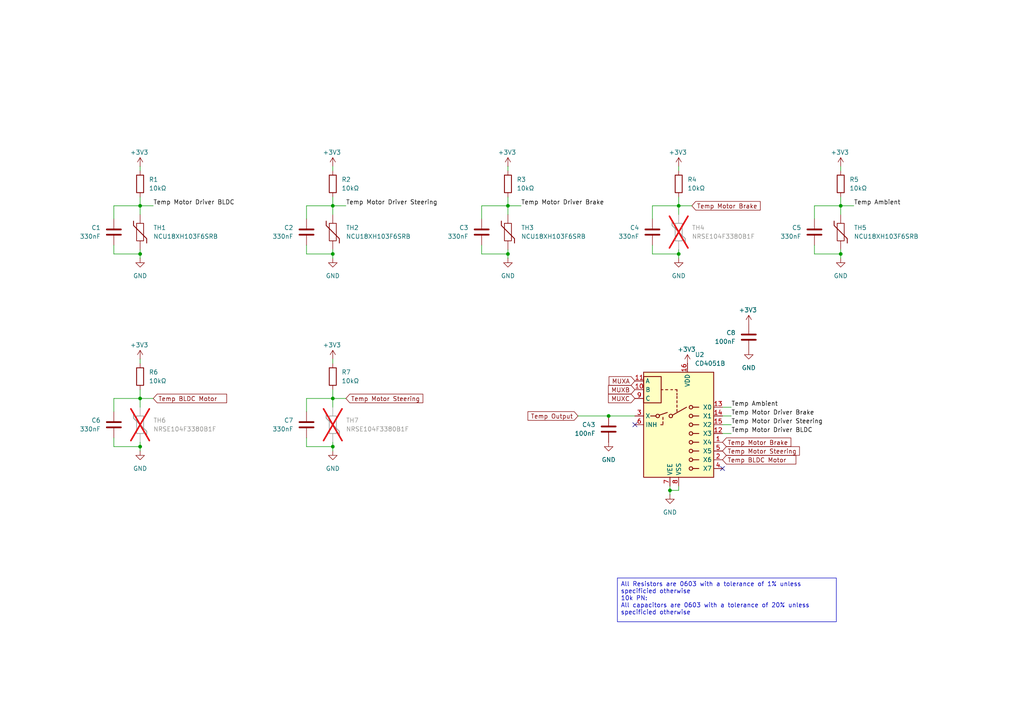
<source format=kicad_sch>
(kicad_sch (version 20250114) (generator "eeschema") (generator_version "9.0")
  (paper "A4")
  (lib_symbols
    (symbol "Analog_Switch:CD4051B"
      (property "Reference" "U" (at -10.16 16.51 0))
      (property "Value" "CD4051B" (at 3.81 16.51 0))
      (symbol "CD4051B_0_1"
        (rectangle (start -10.16 15.24) (end 10.16 -15.24) (stroke (width 0.254)) (fill (type background)))
        (rectangle (start -10.16 6.35) (end -5.08 13.97) (stroke (width 0.254)))
        (polyline (pts (xy -8.128 2.54) (xy -6.604 2.54)) (stroke (width 0.254)))
        (circle (center -6.096 2.54) (radius 0.508) (stroke (width 0.254)))
        (polyline (pts (xy -5.588 2.794) (xy -3.302 3.556)) (stroke (width 0.254)))
        (polyline (pts (xy -4.572 10.16) (xy -5.08 10.16)) (stroke (width 0.254)))
        (polyline (pts (xy -4.572 1.524) (xy -4.572 2.159)) (stroke (width 0.254)))
        (polyline (pts (xy -4.572 0.254) (xy -4.572 0.889)) (stroke (width 0.254)))
        (polyline (pts (xy -4.572 0) (xy -5.207 0)) (stroke (width 0.254)))
        (polyline (pts (xy -3.81 10.16) (xy -3.175 10.16)) (stroke (width 0.254)))
        (circle (center -2.286 2.54) (radius 0.508) (stroke (width 0.254)))
        (polyline (pts (xy -1.778 10.16) (xy -2.286 10.16)) (stroke (width 0.254)))
        (polyline (pts (xy -1.778 2.794) (xy 2.286 5.08)) (stroke (width 0.254)))
        (polyline (pts (xy -0.508 10.16) (xy -1.016 10.16)) (stroke (width 0.254)))
        (polyline (pts (xy -0.508 9.652) (xy -0.508 10.16)) (stroke (width 0.254)))
        (polyline (pts (xy -0.508 8.636) (xy -0.508 9.144)) (stroke (width 0.254)))
        (polyline (pts (xy -0.508 7.62) (xy -0.508 8.255)) (stroke (width 0.254)))
        (polyline (pts (xy -0.508 6.35) (xy -0.508 6.985)) (stroke (width 0.254)))
        (polyline (pts (xy -0.508 5.08) (xy -0.508 5.715)) (stroke (width 0.254)))
        (polyline (pts (xy -0.508 3.81) (xy -0.508 4.445)) (stroke (width 0.254)))
        (circle (center 3.556 5.08) (radius 0.508) (stroke (width 0.254)))
        (circle (center 3.556 2.54) (radius 0.508) (stroke (width 0.254)))
        (circle (center 3.556 0) (radius 0.508) (stroke (width 0.254)))
        (circle (center 3.556 -2.54) (radius 0.508) (stroke (width 0.254)))
        (circle (center 3.556 -5.08) (radius 0.508) (stroke (width 0.254)))
        (circle (center 3.556 -7.62) (radius 0.508) (stroke (width 0.254)))
        (circle (center 3.556 -10.16) (radius 0.508) (stroke (width 0.254)))
        (circle (center 3.556 -12.7) (radius 0.508) (stroke (width 0.254)))
        (polyline (pts (xy 4.064 5.08) (xy 5.842 5.08)) (stroke (width 0.254)))
        (polyline (pts (xy 4.064 2.54) (xy 5.842 2.54)) (stroke (width 0.254)))
        (polyline (pts (xy 4.064 0) (xy 5.842 0)) (stroke (width 0.254)))
        (polyline (pts (xy 4.064 -2.54) (xy 5.842 -2.54)) (stroke (width 0.254)))
        (polyline (pts (xy 4.064 -5.08) (xy 5.842 -5.08)) (stroke (width 0.254)))
        (polyline (pts (xy 4.064 -7.62) (xy 5.842 -7.62)) (stroke (width 0.254)))
        (polyline (pts (xy 4.064 -10.16) (xy 5.842 -10.16)) (stroke (width 0.254)))
        (polyline (pts (xy 4.064 -12.7) (xy 5.842 -12.7)) (stroke (width 0.254)))
      )
      (symbol "CD4051B_1_1"
        (pin input line (at -12.7 12.7 0) (length 2.54) (name "A") (number "11"))
        (pin input line (at -12.7 10.16 0) (length 2.54) (name "B") (number "10"))
        (pin input line (at -12.7 7.62 0) (length 2.54) (name "C") (number "9"))
        (pin bidirectional line (at -12.7 2.54 0) (length 2.54) (name "X") (number "3"))
        (pin input line (at -12.7 0 0) (length 2.54) (name "INH") (number "6"))
        (pin power_in line (at -2.54 -17.78 90) (length 2.54) (name "VEE") (number "7"))
        (pin power_in line (at 0 -17.78 90) (length 2.54) (name "VSS") (number "8"))
        (pin power_in line (at 2.54 17.78 270) (length 2.54) (name "VDD") (number "16"))
        (pin bidirectional line (at 12.7 5.08 180) (length 2.54) (name "X0") (number "13"))
        (pin bidirectional line (at 12.7 2.54 180) (length 2.54) (name "X1") (number "14"))
        (pin bidirectional line (at 12.7 0 180) (length 2.54) (name "X2") (number "15"))
        (pin bidirectional line (at 12.7 -2.54 180) (length 2.54) (name "X3") (number "12"))
        (pin bidirectional line (at 12.7 -5.08 180) (length 2.54) (name "X4") (number "1"))
        (pin bidirectional line (at 12.7 -7.62 180) (length 2.54) (name "X5") (number "5"))
        (pin bidirectional line (at 12.7 -10.16 180) (length 2.54) (name "X6") (number "2"))
        (pin bidirectional line (at 12.7 -12.7 180) (length 2.54) (name "X7") (number "4"))
      )
    )
    (symbol "Device:C" (pin_numbers (hide yes)) (pin_names (offset 0.254))
      (property "Reference" "C" (at 0.635 2.54 0))
      (property "Value" "C" (at 0.635 -2.54 0))
      (symbol "C_0_1"
        (polyline (pts (xy -2.032 0.762) (xy 2.032 0.762)) (stroke (width 0.508)))
        (polyline (pts (xy -2.032 -0.762) (xy 2.032 -0.762)) (stroke (width 0.508)))
      )
      (symbol "C_1_1"
        (pin passive line (at 0 3.81 270) (length 2.794) (name "~") (number "1"))
        (pin passive line (at 0 -3.81 90) (length 2.794) (name "~") (number "2"))
      )
    )
    (symbol "Device:R" (pin_numbers (hide yes)) (pin_names (offset 0))
      (property "Reference" "R" (at 2.032 0 90))
      (property "Value" "R" (at 0 0 90))
      (symbol "R_0_1"
        (rectangle (start -1.016 -2.54) (end 1.016 2.54) (stroke (width 0.254)))
      )
      (symbol "R_1_1"
        (pin passive line (at 0 3.81 270) (length 1.27) (name "~") (number "1"))
        (pin passive line (at 0 -3.81 90) (length 1.27) (name "~") (number "2"))
      )
    )
    (symbol "Device:Thermistor" (pin_numbers (hide yes)) (pin_names (offset 0))
      (property "Reference" "TH" (at 2.54 1.27 90))
      (property "Value" "Thermistor" (at -2.54 0 90))
      (symbol "Thermistor_0_1"
        (polyline (pts (xy -1.905 3.175) (xy -1.905 1.905) (xy 1.905 -1.905) (xy 1.905 -3.175) (xy 1.905 -3.175)) (stroke (width 0.254)))
        (rectangle (start -1.016 2.54) (end 1.016 -2.54) (stroke (width 0.2032)))
      )
      (symbol "Thermistor_1_1"
        (pin passive line (at 0 5.08 270) (length 2.54) (name "~") (number "1"))
        (pin passive line (at 0 -5.08 90) (length 2.54) (name "~") (number "2"))
      )
    )
    (symbol "power:+3V3" (power) (pin_numbers (hide yes)) (pin_names (offset 0) (hide yes))
      (property "Value" "+3V3" (at 0 3.556 0))
      (symbol "+3V3_0_1"
        (polyline (pts (xy -0.762 1.27) (xy 0 2.54)))
        (polyline (pts (xy 0 2.54) (xy 0.762 1.27)))
        (polyline (pts (xy 0 0) (xy 0 2.54)))
      )
      (symbol "+3V3_1_1"
        (pin power_in line (at 0 0 90) (length 0) (name "~") (number "1"))
      )
    )
    (symbol "power:GND" (power) (pin_numbers (hide yes)) (pin_names (offset 0) (hide yes))
      (property "Value" "GND" (at 0 -3.81 0))
      (symbol "GND_0_1"
        (polyline (pts (xy 0 0) (xy 0 -1.27) (xy 1.27 -1.27) (xy 0 -2.54) (xy -1.27 -1.27) (xy 0 -1.27)))
      )
      (symbol "GND_1_1"
        (pin power_in line (at 0 0 270) (length 0) (name "~") (number "1"))
      )
    )
  )
  (text_box "All Resistors are 0603 with a tolerance of 1% unless specificied otherwise\n10k PN:\nAll capacitors are 0603 with a tolerance of 20% unless specificied otherwise\n" (at 179.07 167.64 0) (size 63.5 12.7) (margins 0.9525 0.9525 0.9525 0.9525) (effects (font (size 1.27 1.27)) (justify left top)))
  (junction (at 194.31 142.24))
  (junction (at 196.85 73.66))
  (junction (at 96.52 115.57))
  (junction (at 147.32 73.66))
  (junction (at 147.32 59.69))
  (junction (at 196.85 59.69))
  (junction (at 96.52 129.54))
  (junction (at 243.84 59.69))
  (junction (at 40.64 115.57))
  (junction (at 40.64 73.66))
  (junction (at 96.52 59.69))
  (junction (at 176.53 120.65))
  (junction (at 40.64 129.54))
  (junction (at 96.52 73.66))
  (junction (at 40.64 59.69))
  (junction (at 243.84 73.66))
  (no_connect (at 209.55 135.89))
  (no_connect (at 184.15 123.19))
  (wire (pts (xy 209.55 120.65) (xy 212.09 120.65)))
  (wire (pts (xy 88.9 73.66) (xy 96.52 73.66)))
  (wire (pts (xy 139.7 63.5) (xy 139.7 59.69)))
  (wire (pts (xy 40.64 59.69) (xy 40.64 62.23)))
  (wire (pts (xy 196.85 140.97) (xy 196.85 142.24)))
  (wire (pts (xy 33.02 73.66) (xy 40.64 73.66)))
  (wire (pts (xy 196.85 142.24) (xy 194.31 142.24)))
  (wire (pts (xy 236.22 73.66) (xy 243.84 73.66)))
  (wire (pts (xy 196.85 73.66) (xy 196.85 72.39)))
  (wire (pts (xy 196.85 59.69) (xy 200.66 59.69)))
  (wire (pts (xy 176.53 120.65) (xy 184.15 120.65)))
  (wire (pts (xy 243.84 57.15) (xy 243.84 59.69)))
  (wire (pts (xy 33.02 129.54) (xy 40.64 129.54)))
  (wire (pts (xy 196.85 59.69) (xy 196.85 62.23)))
  (wire (pts (xy 96.52 73.66) (xy 96.52 74.93)))
  (wire (pts (xy 33.02 127) (xy 33.02 129.54)))
  (wire (pts (xy 40.64 73.66) (xy 40.64 72.39)))
  (wire (pts (xy 40.64 73.66) (xy 40.64 74.93)))
  (wire (pts (xy 189.23 59.69) (xy 196.85 59.69)))
  (wire (pts (xy 88.9 63.5) (xy 88.9 59.69)))
  (wire (pts (xy 194.31 140.97) (xy 194.31 142.24)))
  (wire (pts (xy 139.7 59.69) (xy 147.32 59.69)))
  (wire (pts (xy 88.9 59.69) (xy 96.52 59.69)))
  (wire (pts (xy 209.55 118.11) (xy 212.09 118.11)))
  (wire (pts (xy 189.23 63.5) (xy 189.23 59.69)))
  (wire (pts (xy 236.22 71.12) (xy 236.22 73.66)))
  (wire (pts (xy 33.02 63.5) (xy 33.02 59.69)))
  (wire (pts (xy 212.09 123.19) (xy 209.55 123.19)))
  (wire (pts (xy 147.32 48.26) (xy 147.32 49.53)))
  (wire (pts (xy 33.02 115.57) (xy 40.64 115.57)))
  (wire (pts (xy 147.32 73.66) (xy 147.32 74.93)))
  (wire (pts (xy 209.55 125.73) (xy 212.09 125.73)))
  (wire (pts (xy 167.64 120.65) (xy 176.53 120.65)))
  (wire (pts (xy 96.52 59.69) (xy 96.52 62.23)))
  (wire (pts (xy 33.02 119.38) (xy 33.02 115.57)))
  (wire (pts (xy 243.84 48.26) (xy 243.84 49.53)))
  (wire (pts (xy 40.64 113.03) (xy 40.64 115.57)))
  (wire (pts (xy 40.64 48.26) (xy 40.64 49.53)))
  (wire (pts (xy 139.7 71.12) (xy 139.7 73.66)))
  (wire (pts (xy 147.32 73.66) (xy 147.32 72.39)))
  (wire (pts (xy 33.02 71.12) (xy 33.02 73.66)))
  (wire (pts (xy 96.52 115.57) (xy 100.33 115.57)))
  (wire (pts (xy 96.52 129.54) (xy 96.52 130.81)))
  (wire (pts (xy 236.22 63.5) (xy 236.22 59.69)))
  (wire (pts (xy 236.22 59.69) (xy 243.84 59.69)))
  (wire (pts (xy 40.64 59.69) (xy 44.45 59.69)))
  (wire (pts (xy 33.02 59.69) (xy 40.64 59.69)))
  (wire (pts (xy 243.84 59.69) (xy 247.65 59.69)))
  (wire (pts (xy 139.7 73.66) (xy 147.32 73.66)))
  (wire (pts (xy 194.31 142.24) (xy 194.31 143.51)))
  (wire (pts (xy 88.9 129.54) (xy 96.52 129.54)))
  (wire (pts (xy 40.64 104.14) (xy 40.64 105.41)))
  (wire (pts (xy 40.64 129.54) (xy 40.64 128.27)))
  (wire (pts (xy 196.85 48.26) (xy 196.85 49.53)))
  (wire (pts (xy 88.9 115.57) (xy 96.52 115.57)))
  (wire (pts (xy 40.64 115.57) (xy 40.64 118.11)))
  (wire (pts (xy 96.52 129.54) (xy 96.52 128.27)))
  (wire (pts (xy 96.52 59.69) (xy 100.33 59.69)))
  (wire (pts (xy 96.52 104.14) (xy 96.52 105.41)))
  (wire (pts (xy 147.32 59.69) (xy 151.13 59.69)))
  (wire (pts (xy 147.32 57.15) (xy 147.32 59.69)))
  (wire (pts (xy 243.84 73.66) (xy 243.84 74.93)))
  (wire (pts (xy 189.23 73.66) (xy 196.85 73.66)))
  (wire (pts (xy 243.84 73.66) (xy 243.84 72.39)))
  (wire (pts (xy 196.85 57.15) (xy 196.85 59.69)))
  (wire (pts (xy 40.64 115.57) (xy 44.45 115.57)))
  (wire (pts (xy 147.32 59.69) (xy 147.32 62.23)))
  (wire (pts (xy 88.9 127) (xy 88.9 129.54)))
  (wire (pts (xy 96.52 115.57) (xy 96.52 118.11)))
  (wire (pts (xy 88.9 71.12) (xy 88.9 73.66)))
  (wire (pts (xy 88.9 119.38) (xy 88.9 115.57)))
  (wire (pts (xy 96.52 57.15) (xy 96.52 59.69)))
  (wire (pts (xy 96.52 48.26) (xy 96.52 49.53)))
  (wire (pts (xy 96.52 113.03) (xy 96.52 115.57)))
  (wire (pts (xy 189.23 71.12) (xy 189.23 73.66)))
  (wire (pts (xy 40.64 129.54) (xy 40.64 130.81)))
  (wire (pts (xy 243.84 59.69) (xy 243.84 62.23)))
  (wire (pts (xy 196.85 73.66) (xy 196.85 74.93)))
  (wire (pts (xy 40.64 57.15) (xy 40.64 59.69)))
  (wire (pts (xy 96.52 73.66) (xy 96.52 72.39)))
  (label "Temp Motor Driver Steering" (at 212.09 123.19 0))
  (label "Temp Motor Driver BLDC" (at 212.09 125.73 0))
  (label "Temp Motor Driver BLDC" (at 44.45 59.69 0))
  (label "Temp Motor Driver Brake" (at 151.13 59.69 0))
  (label "Temp Ambient" (at 247.65 59.69 0))
  (label "Temp Motor Driver Steering" (at 100.33 59.69 0))
  (label "Temp Ambient" (at 212.09 118.11 0))
  (label "Temp Motor Driver Brake" (at 212.09 120.65 0))
  (global_label "Temp Motor Brake" (shape input) (at 200.66 59.69 0) (property "Intersheetrefs" "${INTERSHEET_REFS}" (effects (hide yes))))
  (global_label "Temp Output" (shape input) (at 167.64 120.65 180) (property "Intersheetrefs" "${INTERSHEET_REFS}" (effects (hide yes))))
  (global_label "Temp BLDC Motor  " (shape input) (at 44.45 115.57 0) (property "Intersheetrefs" "${INTERSHEET_REFS}" (effects (hide yes))))
  (global_label "Temp BLDC Motor  " (shape input) (at 209.55 133.35 0) (property "Intersheetrefs" "${INTERSHEET_REFS}" (effects (hide yes))))
  (global_label "Temp Motor Steering" (shape input) (at 100.33 115.57 0) (property "Intersheetrefs" "${INTERSHEET_REFS}" (effects (hide yes))))
  (global_label "MUXC" (shape input) (at 184.15 115.57 180) (property "Intersheetrefs" "${INTERSHEET_REFS}" (effects (hide yes))))
  (global_label "Temp Motor Steering" (shape input) (at 209.55 130.81 0) (property "Intersheetrefs" "${INTERSHEET_REFS}" (effects (hide yes))))
  (global_label "Temp Motor Brake" (shape input) (at 209.55 128.27 0) (property "Intersheetrefs" "${INTERSHEET_REFS}" (effects (hide yes))))
  (global_label "MUXB" (shape input) (at 184.15 113.03 180) (property "Intersheetrefs" "${INTERSHEET_REFS}" (effects (hide yes))))
  (global_label "MUXA" (shape input) (at 184.15 110.49 180) (property "Intersheetrefs" "${INTERSHEET_REFS}" (effects (hide yes))))
  (symbol (lib_id "Device:Thermistor") (at 196.85 67.31 0) (unit 1) (on_board no) (dnp yes)
    (property "Reference" "TH4" (at 200.66 66.0399 0) (effects (justify left)))
    (property "Value" "NRSE104F3380B1F" (at 200.66 68.5799 0) (effects (justify left)))
    (property "Description" "Temperature dependent resistor" (effects (hide yes)))
  )
  (symbol (lib_id "power:+3V3") (at 243.84 48.26 0) (unit 1)
    (property "Reference" "#PWR091" (effects (hide yes)))
    (property "Value" "+3V3" (at 243.586 44.196 0))
    (property "Description" "Power symbol creates a global label with name \"+3V3\"" (effects (hide yes)))
  )
  (symbol (lib_id "Device:R") (at 96.52 53.34 0) (unit 1)
    (property "Reference" "R2" (at 99.06 52.0699 0) (effects (justify left)))
    (property "Value" "10kΩ" (at 99.06 54.6099 0) (effects (justify left)))
    (property "Footprint" "Resistor_SMD:R_0603_1608Metric_Pad0.98x0.95mm_HandSolder" (effects (hide yes)))
    (property "Description" "Resistor" (effects (hide yes)))
  )
  (symbol (lib_id "Device:R") (at 40.64 109.22 0) (unit 1)
    (property "Reference" "R6" (at 43.18 107.9499 0) (effects (justify left)))
    (property "Value" "10kΩ" (at 43.18 110.4899 0) (effects (justify left)))
    (property "Footprint" "Resistor_SMD:R_0603_1608Metric_Pad0.98x0.95mm_HandSolder" (effects (hide yes)))
    (property "Description" "Resistor" (effects (hide yes)))
  )
  (symbol (lib_id "Analog_Switch:CD4051B") (at 196.85 123.19 0) (unit 1)
    (property "Reference" "U2" (at 201.5333 102.87 0) (effects (justify left)))
    (property "Value" "CD4051B" (at 201.5333 105.41 0) (effects (justify left)))
    (property "Footprint" "Package_SO:TSSOP-16_4.4x5mm_P0.65mm" (effects (hide yes)))
    (property "Datasheet" "http://www.ti.com/lit/ds/symlink/cd4052b.pdf" (effects (hide yes)))
    (property "Description" "CMOS single 8-channel analog multiplexer demultiplexer, TSSOP-16/DIP-16/SOIC-16" (effects (hide yes)))
  )
  (symbol (lib_id "Device:R") (at 40.64 53.34 0) (unit 1)
    (property "Reference" "R1" (at 43.18 52.0699 0) (effects (justify left)))
    (property "Value" "10kΩ" (at 43.18 54.6099 0) (effects (justify left)))
    (property "Footprint" "Resistor_SMD:R_0603_1608Metric_Pad0.98x0.95mm_HandSolder" (effects (hide yes)))
    (property "Description" "Resistor" (effects (hide yes)))
  )
  (symbol (lib_id "power:GND") (at 40.64 74.93 0) (unit 1)
    (property "Reference" "#PWR01" (effects (hide yes)))
    (property "Value" "GND" (at 40.64 80.01 0))
    (property "Description" "Power symbol creates a global label with name \"GND\" , ground" (effects (hide yes)))
  )
  (symbol (lib_id "Device:C") (at 189.23 67.31 0) (mirror y) (unit 1)
    (property "Reference" "C4" (at 185.42 66.0399 0) (effects (justify left)))
    (property "Value" "330nF" (at 185.42 68.5799 0) (effects (justify left)))
    (property "Footprint" "Capacitor_SMD:C_0603_1608Metric_Pad1.08x0.95mm_HandSolder" (effects (hide yes)))
    (property "Description" "Unpolarized capacitor" (effects (hide yes)))
  )
  (symbol (lib_id "Device:R") (at 147.32 53.34 0) (unit 1)
    (property "Reference" "R3" (at 149.86 52.0699 0) (effects (justify left)))
    (property "Value" "10kΩ" (at 149.86 54.6099 0) (effects (justify left)))
    (property "Footprint" "Resistor_SMD:R_0603_1608Metric_Pad0.98x0.95mm_HandSolder" (effects (hide yes)))
    (property "Description" "Resistor" (effects (hide yes)))
  )
  (symbol (lib_id "Device:C") (at 217.17 97.79 0) (mirror y) (unit 1)
    (property "Reference" "C8" (at 213.36 96.5199 0) (effects (justify left)))
    (property "Value" "100nF" (at 213.36 99.0599 0) (effects (justify left)))
    (property "Footprint" "Capacitor_SMD:C_0603_1608Metric_Pad1.08x0.95mm_HandSolder" (effects (hide yes)))
    (property "Description" "Unpolarized capacitor" (effects (hide yes)))
  )
  (symbol (lib_id "Device:Thermistor") (at 96.52 67.31 0) (unit 1)
    (property "Reference" "TH2" (at 100.33 66.0399 0) (effects (justify left)))
    (property "Value" "NCU18XH103F6SRB" (at 100.33 68.5799 0) (effects (justify left)))
    (property "Footprint" "Resistor_SMD:R_0603_1608Metric_Pad0.98x0.95mm_HandSolder" (effects (hide yes)))
    (property "Description" "Temperature dependent resistor" (effects (hide yes)))
  )
  (symbol (lib_id "Device:C") (at 33.02 67.31 0) (mirror y) (unit 1)
    (property "Reference" "C1" (at 29.21 66.0399 0) (effects (justify left)))
    (property "Value" "330nF" (at 29.21 68.5799 0) (effects (justify left)))
    (property "Footprint" "Capacitor_SMD:C_0603_1608Metric_Pad1.08x0.95mm_HandSolder" (effects (hide yes)))
    (property "Description" "Unpolarized capacitor" (effects (hide yes)))
  )
  (symbol (lib_id "power:+3V3") (at 199.39 105.41 0) (unit 1)
    (property "Reference" "#PWR092" (effects (hide yes)))
    (property "Value" "+3V3" (at 199.136 101.346 0))
    (property "Description" "Power symbol creates a global label with name \"+3V3\"" (effects (hide yes)))
  )
  (symbol (lib_id "power:GND") (at 243.84 74.93 0) (unit 1)
    (property "Reference" "#PWR010" (effects (hide yes)))
    (property "Value" "GND" (at 243.84 80.01 0))
    (property "Description" "Power symbol creates a global label with name \"GND\" , ground" (effects (hide yes)))
  )
  (symbol (lib_id "power:+3V3") (at 96.52 104.14 0) (unit 1)
    (property "Reference" "#PWR095" (effects (hide yes)))
    (property "Value" "+3V3" (at 96.266 100.076 0))
    (property "Description" "Power symbol creates a global label with name \"+3V3\"" (effects (hide yes)))
  )
  (symbol (lib_id "Device:C") (at 139.7 67.31 0) (mirror y) (unit 1)
    (property "Reference" "C3" (at 135.89 66.0399 0) (effects (justify left)))
    (property "Value" "330nF" (at 135.89 68.5799 0) (effects (justify left)))
    (property "Footprint" "Capacitor_SMD:C_0603_1608Metric_Pad1.08x0.95mm_HandSolder" (effects (hide yes)))
    (property "Description" "Unpolarized capacitor" (effects (hide yes)))
  )
  (symbol (lib_id "power:+3V3") (at 40.64 48.26 0) (unit 1)
    (property "Reference" "#PWR087" (effects (hide yes)))
    (property "Value" "+3V3" (at 40.386 44.196 0))
    (property "Description" "Power symbol creates a global label with name \"+3V3\"" (effects (hide yes)))
  )
  (symbol (lib_id "power:GND") (at 147.32 74.93 0) (unit 1)
    (property "Reference" "#PWR06" (effects (hide yes)))
    (property "Value" "GND" (at 147.32 80.01 0))
    (property "Description" "Power symbol creates a global label with name \"GND\" , ground" (effects (hide yes)))
  )
  (symbol (lib_id "power:GND") (at 194.31 143.51 0) (unit 1)
    (property "Reference" "#PWR018" (effects (hide yes)))
    (property "Value" "GND" (at 194.31 148.59 0))
    (property "Description" "Power symbol creates a global label with name \"GND\" , ground" (effects (hide yes)))
  )
  (symbol (lib_id "power:+3V3") (at 96.52 48.26 0) (unit 1)
    (property "Reference" "#PWR088" (effects (hide yes)))
    (property "Value" "+3V3" (at 96.266 44.196 0))
    (property "Description" "Power symbol creates a global label with name \"+3V3\"" (effects (hide yes)))
  )
  (symbol (lib_id "Device:Thermistor") (at 147.32 67.31 0) (unit 1)
    (property "Reference" "TH3" (at 151.13 66.0399 0) (effects (justify left)))
    (property "Value" "NCU18XH103F6SRB" (at 151.13 68.5799 0) (effects (justify left)))
    (property "Footprint" "Resistor_SMD:R_0603_1608Metric_Pad0.98x0.95mm_HandSolder" (effects (hide yes)))
    (property "Description" "Temperature dependent resistor" (effects (hide yes)))
  )
  (symbol (lib_id "Device:C") (at 176.53 124.46 0) (mirror y) (unit 1)
    (property "Reference" "C43" (at 172.72 123.1899 0) (effects (justify left)))
    (property "Value" "100nF" (at 172.72 125.7299 0) (effects (justify left)))
    (property "Footprint" "Capacitor_SMD:C_0603_1608Metric_Pad1.08x0.95mm_HandSolder" (effects (hide yes)))
    (property "Description" "Unpolarized capacitor" (effects (hide yes)))
  )
  (symbol (lib_id "Device:R") (at 196.85 53.34 0) (unit 1)
    (property "Reference" "R4" (at 199.39 52.0699 0) (effects (justify left)))
    (property "Value" "10kΩ" (at 199.39 54.6099 0) (effects (justify left)))
    (property "Footprint" "Resistor_SMD:R_0603_1608Metric_Pad0.98x0.95mm_HandSolder" (effects (hide yes)))
    (property "Description" "Resistor" (effects (hide yes)))
  )
  (symbol (lib_id "Device:Thermistor") (at 96.52 123.19 0) (unit 1) (on_board no) (dnp yes)
    (property "Reference" "TH7" (at 100.33 121.9199 0) (effects (justify left)))
    (property "Value" "NRSE104F3380B1F" (at 100.33 124.4599 0) (effects (justify left)))
    (property "Description" "Temperature dependent resistor" (effects (hide yes)))
  )
  (symbol (lib_id "Device:C") (at 33.02 123.19 0) (mirror y) (unit 1)
    (property "Reference" "C6" (at 29.21 121.9199 0) (effects (justify left)))
    (property "Value" "330nF" (at 29.21 124.4599 0) (effects (justify left)))
    (property "Footprint" "Capacitor_SMD:C_0603_1608Metric_Pad1.08x0.95mm_HandSolder" (effects (hide yes)))
    (property "Description" "Unpolarized capacitor" (effects (hide yes)))
  )
  (symbol (lib_id "power:GND") (at 217.17 101.6 0) (unit 1)
    (property "Reference" "#PWR016" (effects (hide yes)))
    (property "Value" "GND" (at 217.17 106.68 0))
    (property "Description" "Power symbol creates a global label with name \"GND\" , ground" (effects (hide yes)))
  )
  (symbol (lib_id "Device:Thermistor") (at 243.84 67.31 0) (unit 1)
    (property "Reference" "TH5" (at 247.65 66.0399 0) (effects (justify left)))
    (property "Value" "NCU18XH103F6SRB" (at 247.65 68.5799 0) (effects (justify left)))
    (property "Footprint" "Resistor_SMD:R_0603_1608Metric_Pad0.98x0.95mm_HandSolder" (effects (hide yes)))
    (property "Description" "Temperature dependent resistor" (effects (hide yes)))
  )
  (symbol (lib_id "power:GND") (at 196.85 74.93 0) (unit 1)
    (property "Reference" "#PWR08" (effects (hide yes)))
    (property "Value" "GND" (at 196.85 80.01 0))
    (property "Description" "Power symbol creates a global label with name \"GND\" , ground" (effects (hide yes)))
  )
  (symbol (lib_id "power:GND") (at 40.64 130.81 0) (unit 1)
    (property "Reference" "#PWR012" (effects (hide yes)))
    (property "Value" "GND" (at 40.64 135.89 0))
    (property "Description" "Power symbol creates a global label with name \"GND\" , ground" (effects (hide yes)))
  )
  (symbol (lib_id "Device:C") (at 236.22 67.31 0) (mirror y) (unit 1)
    (property "Reference" "C5" (at 232.41 66.0399 0) (effects (justify left)))
    (property "Value" "330nF" (at 232.41 68.5799 0) (effects (justify left)))
    (property "Footprint" "Capacitor_SMD:C_0603_1608Metric_Pad1.08x0.95mm_HandSolder" (effects (hide yes)))
    (property "Description" "Unpolarized capacitor" (effects (hide yes)))
  )
  (symbol (lib_id "Device:C") (at 88.9 123.19 0) (mirror y) (unit 1)
    (property "Reference" "C7" (at 85.09 121.9199 0) (effects (justify left)))
    (property "Value" "330nF" (at 85.09 124.4599 0) (effects (justify left)))
    (property "Footprint" "Capacitor_SMD:C_0603_1608Metric_Pad1.08x0.95mm_HandSolder" (effects (hide yes)))
    (property "Description" "Unpolarized capacitor" (effects (hide yes)))
  )
  (symbol (lib_id "power:+3V3") (at 40.64 104.14 0) (unit 1)
    (property "Reference" "#PWR094" (effects (hide yes)))
    (property "Value" "+3V3" (at 40.386 100.076 0))
    (property "Description" "Power symbol creates a global label with name \"+3V3\"" (effects (hide yes)))
  )
  (symbol (lib_id "Device:Thermistor") (at 40.64 67.31 0) (unit 1)
    (property "Reference" "TH1" (at 44.45 66.0399 0) (effects (justify left)))
    (property "Value" "NCU18XH103F6SRB" (at 44.45 68.5799 0) (effects (justify left)))
    (property "Footprint" "Resistor_SMD:R_0603_1608Metric_Pad0.98x0.95mm_HandSolder" (effects (hide yes)))
    (property "Description" "Temperature dependent resistor" (effects (hide yes)))
  )
  (symbol (lib_id "power:GND") (at 96.52 74.93 0) (unit 1)
    (property "Reference" "#PWR04" (effects (hide yes)))
    (property "Value" "GND" (at 96.52 80.01 0))
    (property "Description" "Power symbol creates a global label with name \"GND\" , ground" (effects (hide yes)))
  )
  (symbol (lib_id "Device:C") (at 88.9 67.31 0) (mirror y) (unit 1)
    (property "Reference" "C2" (at 85.09 66.0399 0) (effects (justify left)))
    (property "Value" "330nF" (at 85.09 68.5799 0) (effects (justify left)))
    (property "Footprint" "Capacitor_SMD:C_0603_1608Metric_Pad1.08x0.95mm_HandSolder" (effects (hide yes)))
    (property "Description" "Unpolarized capacitor" (effects (hide yes)))
  )
  (symbol (lib_id "power:+3V3") (at 196.85 48.26 0) (unit 1)
    (property "Reference" "#PWR090" (effects (hide yes)))
    (property "Value" "+3V3" (at 196.596 44.196 0))
    (property "Description" "Power symbol creates a global label with name \"+3V3\"" (effects (hide yes)))
  )
  (symbol (lib_id "power:GND") (at 96.52 130.81 0) (unit 1)
    (property "Reference" "#PWR014" (effects (hide yes)))
    (property "Value" "GND" (at 96.52 135.89 0))
    (property "Description" "Power symbol creates a global label with name \"GND\" , ground" (effects (hide yes)))
  )
  (symbol (lib_id "power:+3V3") (at 147.32 48.26 0) (unit 1)
    (property "Reference" "#PWR089" (effects (hide yes)))
    (property "Value" "+3V3" (at 147.066 44.196 0))
    (property "Description" "Power symbol creates a global label with name \"+3V3\"" (effects (hide yes)))
  )
  (symbol (lib_id "power:GND") (at 176.53 128.27 0) (unit 1)
    (property "Reference" "#PWR077" (effects (hide yes)))
    (property "Value" "GND" (at 176.53 133.35 0))
    (property "Description" "Power symbol creates a global label with name \"GND\" , ground" (effects (hide yes)))
  )
  (symbol (lib_id "power:+3V3") (at 217.17 93.98 0) (unit 1)
    (property "Reference" "#PWR093" (effects (hide yes)))
    (property "Value" "+3V3" (at 216.916 89.916 0))
    (property "Description" "Power symbol creates a global label with name \"+3V3\"" (effects (hide yes)))
  )
  (symbol (lib_id "Device:R") (at 243.84 53.34 0) (unit 1)
    (property "Reference" "R5" (at 246.38 52.0699 0) (effects (justify left)))
    (property "Value" "10kΩ" (at 246.38 54.6099 0) (effects (justify left)))
    (property "Footprint" "Resistor_SMD:R_0603_1608Metric_Pad0.98x0.95mm_HandSolder" (effects (hide yes)))
    (property "Description" "Resistor" (effects (hide yes)))
  )
  (symbol (lib_id "Device:R") (at 96.52 109.22 0) (unit 1)
    (property "Reference" "R7" (at 99.06 107.9499 0) (effects (justify left)))
    (property "Value" "10kΩ" (at 99.06 110.4899 0) (effects (justify left)))
    (property "Footprint" "Resistor_SMD:R_0603_1608Metric_Pad0.98x0.95mm_HandSolder" (effects (hide yes)))
    (property "Description" "Resistor" (effects (hide yes)))
  )
  (symbol (lib_id "Device:Thermistor") (at 40.64 123.19 0) (unit 1) (on_board no) (dnp yes)
    (property "Reference" "TH6" (at 44.45 121.9199 0) (effects (justify left)))
    (property "Value" "NRSE104F3380B1F" (at 44.45 124.4599 0) (effects (justify left)))
    (property "Description" "Temperature dependent resistor" (effects (hide yes)))
  )
)
</source>
